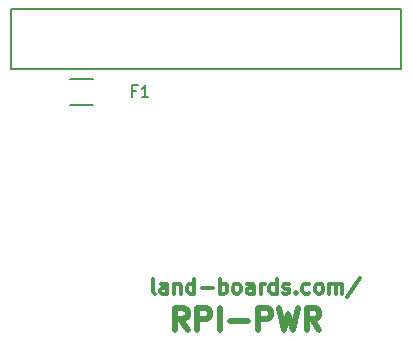
<source format=gbr>
G04 #@! TF.FileFunction,Legend,Top*
%FSLAX46Y46*%
G04 Gerber Fmt 4.6, Leading zero omitted, Abs format (unit mm)*
G04 Created by KiCad (PCBNEW 4.0.1-stable) date 7/11/2016 2:58:10 PM*
%MOMM*%
G01*
G04 APERTURE LIST*
%ADD10C,0.150000*%
%ADD11C,0.300000*%
%ADD12C,0.476250*%
%ADD13C,0.203200*%
G04 APERTURE END LIST*
D10*
D11*
X12839095Y-24704524D02*
X12718142Y-24644048D01*
X12657666Y-24523095D01*
X12657666Y-23434524D01*
X13867190Y-24704524D02*
X13867190Y-24039286D01*
X13806713Y-23918333D01*
X13685761Y-23857857D01*
X13443856Y-23857857D01*
X13322904Y-23918333D01*
X13867190Y-24644048D02*
X13746237Y-24704524D01*
X13443856Y-24704524D01*
X13322904Y-24644048D01*
X13262428Y-24523095D01*
X13262428Y-24402143D01*
X13322904Y-24281190D01*
X13443856Y-24220714D01*
X13746237Y-24220714D01*
X13867190Y-24160238D01*
X14471952Y-23857857D02*
X14471952Y-24704524D01*
X14471952Y-23978810D02*
X14532428Y-23918333D01*
X14653381Y-23857857D01*
X14834809Y-23857857D01*
X14955761Y-23918333D01*
X15016238Y-24039286D01*
X15016238Y-24704524D01*
X16165286Y-24704524D02*
X16165286Y-23434524D01*
X16165286Y-24644048D02*
X16044333Y-24704524D01*
X15802429Y-24704524D01*
X15681476Y-24644048D01*
X15621000Y-24583571D01*
X15560524Y-24462619D01*
X15560524Y-24099762D01*
X15621000Y-23978810D01*
X15681476Y-23918333D01*
X15802429Y-23857857D01*
X16044333Y-23857857D01*
X16165286Y-23918333D01*
X16770048Y-24220714D02*
X17737667Y-24220714D01*
X18342429Y-24704524D02*
X18342429Y-23434524D01*
X18342429Y-23918333D02*
X18463381Y-23857857D01*
X18705286Y-23857857D01*
X18826238Y-23918333D01*
X18886715Y-23978810D01*
X18947191Y-24099762D01*
X18947191Y-24462619D01*
X18886715Y-24583571D01*
X18826238Y-24644048D01*
X18705286Y-24704524D01*
X18463381Y-24704524D01*
X18342429Y-24644048D01*
X19672906Y-24704524D02*
X19551953Y-24644048D01*
X19491477Y-24583571D01*
X19431001Y-24462619D01*
X19431001Y-24099762D01*
X19491477Y-23978810D01*
X19551953Y-23918333D01*
X19672906Y-23857857D01*
X19854334Y-23857857D01*
X19975286Y-23918333D01*
X20035763Y-23978810D01*
X20096239Y-24099762D01*
X20096239Y-24462619D01*
X20035763Y-24583571D01*
X19975286Y-24644048D01*
X19854334Y-24704524D01*
X19672906Y-24704524D01*
X21184811Y-24704524D02*
X21184811Y-24039286D01*
X21124334Y-23918333D01*
X21003382Y-23857857D01*
X20761477Y-23857857D01*
X20640525Y-23918333D01*
X21184811Y-24644048D02*
X21063858Y-24704524D01*
X20761477Y-24704524D01*
X20640525Y-24644048D01*
X20580049Y-24523095D01*
X20580049Y-24402143D01*
X20640525Y-24281190D01*
X20761477Y-24220714D01*
X21063858Y-24220714D01*
X21184811Y-24160238D01*
X21789573Y-24704524D02*
X21789573Y-23857857D01*
X21789573Y-24099762D02*
X21850049Y-23978810D01*
X21910525Y-23918333D01*
X22031478Y-23857857D01*
X22152430Y-23857857D01*
X23120049Y-24704524D02*
X23120049Y-23434524D01*
X23120049Y-24644048D02*
X22999096Y-24704524D01*
X22757192Y-24704524D01*
X22636239Y-24644048D01*
X22575763Y-24583571D01*
X22515287Y-24462619D01*
X22515287Y-24099762D01*
X22575763Y-23978810D01*
X22636239Y-23918333D01*
X22757192Y-23857857D01*
X22999096Y-23857857D01*
X23120049Y-23918333D01*
X23664335Y-24644048D02*
X23785287Y-24704524D01*
X24027192Y-24704524D01*
X24148144Y-24644048D01*
X24208620Y-24523095D01*
X24208620Y-24462619D01*
X24148144Y-24341667D01*
X24027192Y-24281190D01*
X23845763Y-24281190D01*
X23724811Y-24220714D01*
X23664335Y-24099762D01*
X23664335Y-24039286D01*
X23724811Y-23918333D01*
X23845763Y-23857857D01*
X24027192Y-23857857D01*
X24148144Y-23918333D01*
X24752906Y-24583571D02*
X24813382Y-24644048D01*
X24752906Y-24704524D01*
X24692430Y-24644048D01*
X24752906Y-24583571D01*
X24752906Y-24704524D01*
X25901954Y-24644048D02*
X25781001Y-24704524D01*
X25539097Y-24704524D01*
X25418144Y-24644048D01*
X25357668Y-24583571D01*
X25297192Y-24462619D01*
X25297192Y-24099762D01*
X25357668Y-23978810D01*
X25418144Y-23918333D01*
X25539097Y-23857857D01*
X25781001Y-23857857D01*
X25901954Y-23918333D01*
X26627668Y-24704524D02*
X26506715Y-24644048D01*
X26446239Y-24583571D01*
X26385763Y-24462619D01*
X26385763Y-24099762D01*
X26446239Y-23978810D01*
X26506715Y-23918333D01*
X26627668Y-23857857D01*
X26809096Y-23857857D01*
X26930048Y-23918333D01*
X26990525Y-23978810D01*
X27051001Y-24099762D01*
X27051001Y-24462619D01*
X26990525Y-24583571D01*
X26930048Y-24644048D01*
X26809096Y-24704524D01*
X26627668Y-24704524D01*
X27595287Y-24704524D02*
X27595287Y-23857857D01*
X27595287Y-23978810D02*
X27655763Y-23918333D01*
X27776716Y-23857857D01*
X27958144Y-23857857D01*
X28079096Y-23918333D01*
X28139573Y-24039286D01*
X28139573Y-24704524D01*
X28139573Y-24039286D02*
X28200049Y-23918333D01*
X28321001Y-23857857D01*
X28502430Y-23857857D01*
X28623382Y-23918333D01*
X28683858Y-24039286D01*
X28683858Y-24704524D01*
X30195763Y-23374048D02*
X29107191Y-25006905D01*
D12*
X15584715Y-27785786D02*
X14949715Y-26878643D01*
X14496143Y-27785786D02*
X14496143Y-25880786D01*
X15221858Y-25880786D01*
X15403286Y-25971500D01*
X15494001Y-26062214D01*
X15584715Y-26243643D01*
X15584715Y-26515786D01*
X15494001Y-26697214D01*
X15403286Y-26787929D01*
X15221858Y-26878643D01*
X14496143Y-26878643D01*
X16401143Y-27785786D02*
X16401143Y-25880786D01*
X17126858Y-25880786D01*
X17308286Y-25971500D01*
X17399001Y-26062214D01*
X17489715Y-26243643D01*
X17489715Y-26515786D01*
X17399001Y-26697214D01*
X17308286Y-26787929D01*
X17126858Y-26878643D01*
X16401143Y-26878643D01*
X18306143Y-27785786D02*
X18306143Y-25880786D01*
X19213286Y-27060071D02*
X20664715Y-27060071D01*
X21571857Y-27785786D02*
X21571857Y-25880786D01*
X22297572Y-25880786D01*
X22479000Y-25971500D01*
X22569715Y-26062214D01*
X22660429Y-26243643D01*
X22660429Y-26515786D01*
X22569715Y-26697214D01*
X22479000Y-26787929D01*
X22297572Y-26878643D01*
X21571857Y-26878643D01*
X23295429Y-25880786D02*
X23749000Y-27785786D01*
X24111857Y-26425071D01*
X24474715Y-27785786D01*
X24928286Y-25880786D01*
X26742572Y-27785786D02*
X26107572Y-26878643D01*
X25654000Y-27785786D02*
X25654000Y-25880786D01*
X26379715Y-25880786D01*
X26561143Y-25971500D01*
X26651858Y-26062214D01*
X26742572Y-26243643D01*
X26742572Y-26515786D01*
X26651858Y-26697214D01*
X26561143Y-26787929D01*
X26379715Y-26878643D01*
X25654000Y-26878643D01*
D13*
X635000Y-5715000D02*
X33655000Y-5715000D01*
X33655000Y-635000D02*
X635000Y-635000D01*
X635000Y-635000D02*
X635000Y-5715000D01*
X33655000Y-5715000D02*
X33655000Y-635000D01*
D10*
X7604000Y-8695000D02*
X5604000Y-8695000D01*
X5604000Y-6545000D02*
X7604000Y-6545000D01*
X11223667Y-7548571D02*
X10890333Y-7548571D01*
X10890333Y-8072381D02*
X10890333Y-7072381D01*
X11366524Y-7072381D01*
X12271286Y-8072381D02*
X11699857Y-8072381D01*
X11985571Y-8072381D02*
X11985571Y-7072381D01*
X11890333Y-7215238D01*
X11795095Y-7310476D01*
X11699857Y-7358095D01*
M02*

</source>
